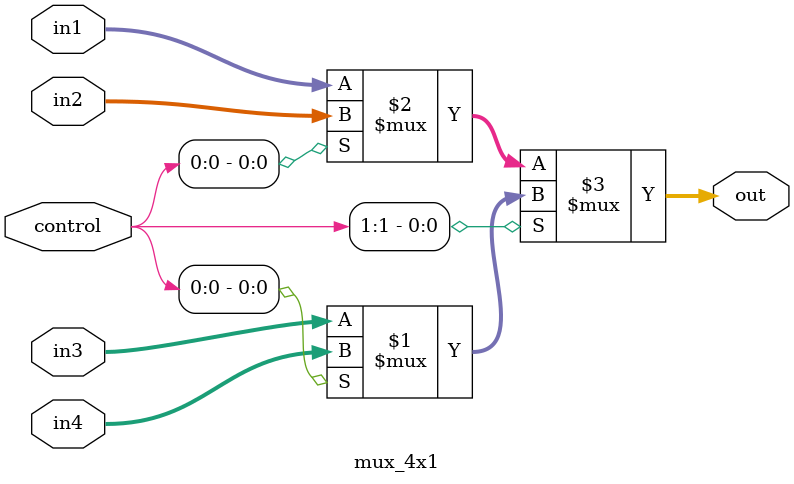
<source format=v>
`ifndef _MUX_4X1

`define _MUX_4X1


module mux_4x1 #(
   parameter width = 9
) (
    input  wire [1:0]       control,
    input  wire [width-1:0] in1,
    input  wire [width-1:0] in2,
    input  wire [width-1:0] in3,
    input  wire [width-1:0] in4,
    output wire [width-1:0] out
);
    
    assign out = control[1]?(control[0]? in4 : in3):(control[0]? in2 : in1);

endmodule

`endif 
</source>
